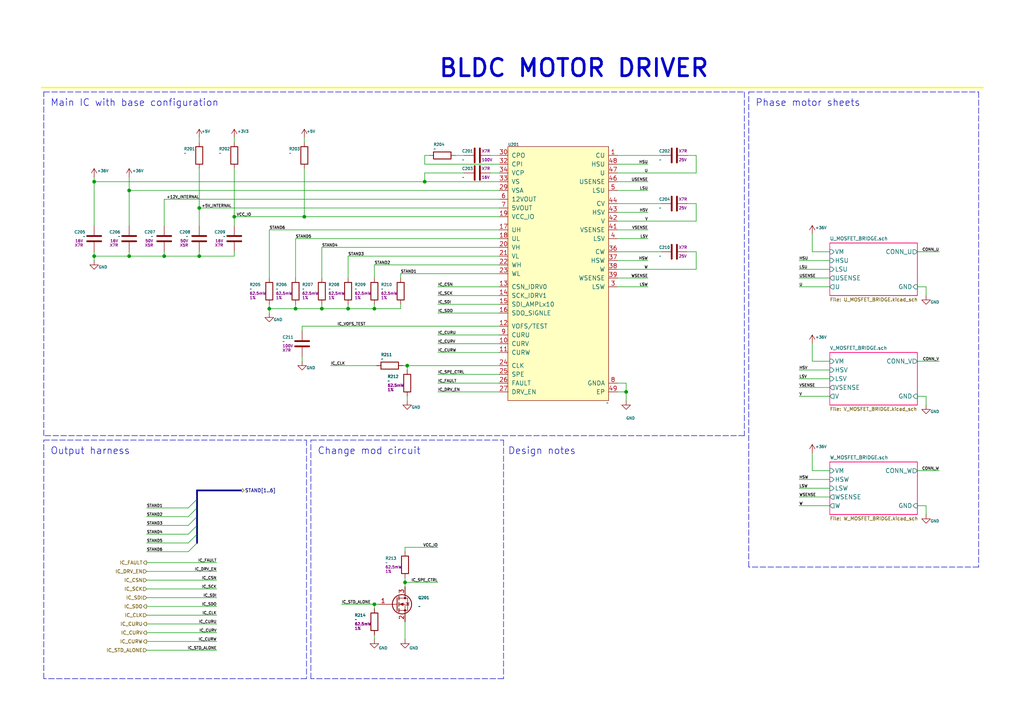
<source format=kicad_sch>
(kicad_sch (version 20211123) (generator eeschema)
  (paper "A4")
  (title_block (title "TMC6200-TA-T Eval Board") (date "2021-09-03") (rev "${REVISION}") (company "${COMPANY}") (comment 1 "${ENGINEER}") (comment 2 "${PHONE_NUMBER}") (comment 3 "${EMAIL}") (comment 4 "${SENTENCE}"))
  (lib_symbols
    (symbol "Device:C" (pin_numbers hide) (pin_names (offset 0.254))
      (property "Reference" "C" (at 0.635 2.54 0))
      (property "Value" "C" (at 0.635 -2.54 0))
      (symbol "C_0_1"
        (polyline (pts (xy -2.032 -0.762) (xy 2.032 -0.762)) (stroke (width 0.508)))
        (polyline (pts (xy -2.032 0.762) (xy 2.032 0.762)) (stroke (width 0.508)))
      )
      (symbol "C_1_1"
        (pin passive line (at 0 3.81 270) (length 2.794) (name "~") (number "1"))
        (pin passive line (at 0 -3.81 90) (length 2.794) (name "~") (number "2"))
      )
    )
    (symbol "Device:R" (pin_numbers hide) (pin_names (offset 0))
      (property "Reference" "R" (at 2.032 0 90))
      (property "Value" "R" (at 0 0 90))
      (symbol "R_0_1"
        (rectangle (start -1.016 -2.54) (end 1.016 2.54) (stroke (width 0.254)))
      )
      (symbol "R_1_1"
        (pin passive line (at 0 3.81 270) (length 1.27) (name "~") (number "1"))
        (pin passive line (at 0 -3.81 90) (length 1.27) (name "~") (number "2"))
      )
    )
    (symbol "QP_LIBRARY:TMC6200-TA" (pin_names (offset 1.016))
      (property "Reference" "U201" (at 2.54 1.27 0))
      (property "Value" "TMC6200-TA" (at 6.35 -74.93 0))
      (symbol "TMC6200-TA_0_1"
        (rectangle (start 0 0) (end 29.21 -73.66) (fill (type background)))
      )
      (symbol "TMC6200-TA_1_1"
        (pin passive line (at 31.75 -2.54 180) (length 2.54) (name "CU") (number "1"))
        (pin output line (at -2.54 -57.15 0) (length 2.54) (name "CURV") (number "10"))
        (pin output line (at -2.54 -59.69 0) (length 2.54) (name "CURW") (number "11"))
        (pin input line (at -2.54 -52.07 0) (length 2.54) (name "VOFS/TEST") (number "12"))
        (pin input line (at -2.54 -40.64 0) (length 2.54) (name "CSN_IDRV0") (number "13"))
        (pin input line (at -2.54 -43.18 0) (length 2.54) (name "SCK_IDRV1") (number "14"))
        (pin input line (at -2.54 -45.72 0) (length 2.54) (name "SDI_AMPLx10") (number "15"))
        (pin bidirectional line (at -2.54 -48.26 0) (length 2.54) (name "SDO_SIGNLE") (number "16"))
        (pin input line (at -2.54 -24.13 0) (length 2.54) (name "UH") (number "17"))
        (pin input line (at -2.54 -26.67 0) (length 2.54) (name "UL") (number "18"))
        (pin power_out line (at -2.54 -20.32 0) (length 2.54) (name "VCC_IO") (number "19"))
        (pin no_connect line (at 31.75 -43.815 180) (length 2.54) hide (name "NC") (number "2"))
        (pin input line (at -2.54 -29.21 0) (length 2.54) (name "VH") (number "20"))
        (pin input line (at -2.54 -31.75 0) (length 2.54) (name "VL") (number "21"))
        (pin input line (at -2.54 -34.29 0) (length 2.54) (name "WH") (number "22"))
        (pin input line (at -2.54 -36.83 0) (length 2.54) (name "WL") (number "23"))
        (pin input line (at -2.54 -63.5 0) (length 2.54) (name "CLK") (number "24"))
        (pin input line (at -2.54 -66.04 0) (length 2.54) (name "SPE") (number "25"))
        (pin output line (at -2.54 -68.58 0) (length 2.54) (name "FAULT") (number "26"))
        (pin input line (at -2.54 -71.12 0) (length 2.54) (name "DRV_EN") (number "27"))
        (pin no_connect line (at 31.75 -46.355 180) (length 2.54) hide (name "NC") (number "28"))
        (pin power_in line (at -2.54 -12.7 0) (length 2.54) (name "VSA") (number "29"))
        (pin output line (at 31.75 -40.64 180) (length 2.54) (name "LSW") (number "3"))
        (pin output line (at -2.54 -2.54 0) (length 2.54) (name "CPO") (number "30"))
        (pin no_connect line (at 31.75 -48.895 180) (length 2.54) hide (name "NC") (number "31"))
        (pin input line (at -2.54 -5.08 0) (length 2.54) (name "CPI") (number "32"))
        (pin power_in line (at -2.54 -10.16 0) (length 2.54) (name "VS") (number "33"))
        (pin passive line (at -2.54 -7.62 0) (length 2.54) (name "VCP") (number "34"))
        (pin no_connect line (at 31.75 -51.435 180) (length 2.54) hide (name "NC") (number "35"))
        (pin passive line (at 31.75 -30.48 180) (length 2.54) (name "CW") (number "36"))
        (pin output line (at 31.75 -33.02 180) (length 2.54) (name "HSW") (number "37"))
        (pin input line (at 31.75 -35.56 180) (length 2.54) (name "W") (number "38"))
        (pin input line (at 31.75 -38.1 180) (length 2.54) (name "WSENSE") (number "39"))
        (pin output line (at 31.75 -26.67 180) (length 2.54) (name "LSV") (number "4"))
        (pin no_connect line (at 31.75 -53.975 180) (length 2.54) hide (name "NC") (number "40"))
        (pin input line (at 31.75 -24.13 180) (length 2.54) (name "VSENSE") (number "41"))
        (pin input line (at 31.75 -21.59 180) (length 2.54) (name "V") (number "42"))
        (pin output line (at 31.75 -19.05 180) (length 2.54) (name "HSV") (number "43"))
        (pin passive line (at 31.75 -16.51 180) (length 2.54) (name "CV") (number "44"))
        (pin no_connect line (at 31.75 -56.515 180) (length 2.54) hide (name "NC") (number "45"))
        (pin input line (at 31.75 -10.16 180) (length 2.54) (name "USENSE") (number "46"))
        (pin input line (at 31.75 -7.62 180) (length 2.54) (name "U") (number "47"))
        (pin output line (at 31.75 -5.08 180) (length 2.54) (name "HSU") (number "48"))
        (pin input line (at 31.75 -71.12 180) (length 2.54) (name "EP") (number "49"))
        (pin output line (at 31.75 -12.7 180) (length 2.54) (name "LSU") (number "5"))
        (pin power_out line (at -2.54 -15.24 0) (length 2.54) (name "12VOUT") (number "6"))
        (pin power_out line (at -2.54 -17.78 0) (length 2.54) (name "5VOUT") (number "7"))
        (pin power_out line (at 31.75 -68.58 180) (length 2.54) (name "GNDA") (number "8"))
        (pin output line (at -2.54 -54.61 0) (length 2.54) (name "CURU") (number "9"))
      )
    )
    (symbol "Transistor_FET:2N7002" (pin_names hide)
      (property "Reference" "Q" (at 5.08 1.905 0))
      (property "Value" "2N7002" (at 5.08 0 0))
      (symbol "2N7002_0_1"
        (polyline (pts (xy 0.254 0) (xy -2.54 0)))
        (polyline (pts (xy 0.254 1.905) (xy 0.254 -1.905)) (stroke (width 0.254)))
        (polyline (pts (xy 0.762 -1.27) (xy 0.762 -2.286)) (stroke (width 0.254)))
        (polyline (pts (xy 0.762 0.508) (xy 0.762 -0.508)) (stroke (width 0.254)))
        (polyline (pts (xy 0.762 2.286) (xy 0.762 1.27)) (stroke (width 0.254)))
        (polyline (pts (xy 2.54 2.54) (xy 2.54 1.778)))
        (polyline (pts (xy 2.54 -2.54) (xy 2.54 0) (xy 0.762 0)))
        (polyline (pts (xy 0.762 -1.778) (xy 3.302 -1.778) (xy 3.302 1.778) (xy 0.762 1.778)))
        (polyline (pts (xy 1.016 0) (xy 2.032 0.381) (xy 2.032 -0.381) (xy 1.016 0)) (fill (type outline)))
        (polyline (pts (xy 2.794 0.508) (xy 2.921 0.381) (xy 3.683 0.381) (xy 3.81 0.254)))
        (polyline (pts (xy 3.302 0.381) (xy 2.921 -0.254) (xy 3.683 -0.254) (xy 3.302 0.381)))
        (circle (center 1.651 0) (radius 2.794) (stroke (width 0.254)))
        (circle (center 2.54 -1.778) (radius 0.254) (fill (type outline)))
        (circle (center 2.54 1.778) (radius 0.254) (fill (type outline)))
      )
      (symbol "2N7002_1_1"
        (pin input line (at -5.08 0 0) (length 2.54) (name "G") (number "1"))
        (pin passive line (at 2.54 -5.08 90) (length 2.54) (name "S") (number "2"))
        (pin passive line (at 2.54 5.08 270) (length 2.54) (name "D") (number "3"))
      )
    )
    (symbol "power:+3.3V" (power) (pin_names (offset 0))
      (property "Value" "+3.3V" (at 0 3.556 0))
      (symbol "+3.3V_0_1"
        (polyline (pts (xy -0.762 1.27) (xy 0 2.54)))
        (polyline (pts (xy 0 0) (xy 0 2.54)))
        (polyline (pts (xy 0 2.54) (xy 0.762 1.27)))
      )
      (symbol "+3.3V_1_1"
        (pin power_in line (at 0 0 90) (length 0) hide (name "+3V3") (number "1"))
      )
    )
    (symbol "power:+36V" (power) (pin_names (offset 0))
      (property "Value" "+36V" (at 0 3.556 0))
      (symbol "+36V_0_1"
        (polyline (pts (xy -0.762 1.27) (xy 0 2.54)))
        (polyline (pts (xy 0 0) (xy 0 2.54)))
        (polyline (pts (xy 0 2.54) (xy 0.762 1.27)))
      )
      (symbol "+36V_1_1"
        (pin power_in line (at 0 0 90) (length 0) hide (name "+36V") (number "1"))
      )
    )
    (symbol "power:+5V" (power) (pin_names (offset 0))
      (property "Value" "+5V" (at 0 3.556 0))
      (symbol "+5V_0_1"
        (polyline (pts (xy -0.762 1.27) (xy 0 2.54)))
        (polyline (pts (xy 0 0) (xy 0 2.54)))
        (polyline (pts (xy 0 2.54) (xy 0.762 1.27)))
      )
      (symbol "+5V_1_1"
        (pin power_in line (at 0 0 90) (length 0) hide (name "+5V") (number "1"))
      )
    )
    (symbol "power:GND" (power) (pin_names (offset 0))
      (property "Value" "GND" (at 0 -3.81 0))
      (symbol "GND_0_1"
        (polyline (pts (xy 0 0) (xy 0 -1.27) (xy 1.27 -1.27) (xy 0 -2.54) (xy -1.27 -1.27) (xy 0 -1.27)))
      )
      (symbol "GND_1_1"
        (pin power_in line (at 0 0 270) (length 0) hide (name "GND") (number "1"))
      )
    )
  )
  (junction (at 57.785 74.295))
  (junction (at 57.785 60.325))
  (junction (at 100.965 89.535))
  (junction (at 78.105 89.535))
  (junction (at 108.585 175.26))
  (junction (at 88.265 62.865))
  (junction (at 85.725 89.535))
  (junction (at 117.475 168.91))
  (junction (at 27.305 74.295))
  (junction (at 37.465 55.245))
  (junction (at 47.625 74.295))
  (junction (at 27.305 52.705))
  (junction (at 181.61 113.665))
  (junction (at 37.465 74.295))
  (junction (at 123.19 52.705))
  (junction (at 108.585 89.535))
  (junction (at 93.345 89.535))
  (junction (at 118.11 106.045))
  (junction (at 67.945 62.865))
  (bus_entry (at 54.61 152.4) (size 2.54 -2.54))
  (bus_entry (at 54.61 160.02) (size 2.54 -2.54))
  (bus_entry (at 54.61 147.32) (size 2.54 -2.54))
  (bus_entry (at 54.61 157.48) (size 2.54 -2.54))
  (bus_entry (at 54.61 154.94) (size 2.54 -2.54))
  (bus_entry (at 54.61 149.86) (size 2.54 -2.54))
  (wire (pts (xy 93.345 71.755) (xy 93.345 80.645)))
  (wire (pts (xy 231.775 80.645) (xy 240.665 80.645)))
  (wire (pts (xy 240.665 141.605) (xy 231.775 141.605)))
  (polyline (pts (xy 215.9 26.67) (xy 215.9 126.365)))
  (wire (pts (xy 62.865 188.595) (xy 42.545 188.595)))
  (wire (pts (xy 88.265 48.895) (xy 88.265 62.865)))
  (wire (pts (xy 100.965 74.295) (xy 100.965 80.645)))
  (wire (pts (xy 108.585 76.835) (xy 144.78 76.835)))
  (wire (pts (xy 42.545 163.195) (xy 62.865 163.195)))
  (wire (pts (xy 27.305 65.405) (xy 27.305 52.705)))
  (wire (pts (xy 42.545 165.735) (xy 62.865 165.735)))
  (wire (pts (xy 67.945 48.895) (xy 67.945 62.865)))
  (wire (pts (xy 62.865 173.355) (xy 42.545 173.355)))
  (wire (pts (xy 57.785 40.005) (xy 57.785 41.275)))
  (wire (pts (xy 27.305 52.705) (xy 123.19 52.705)))
  (wire (pts (xy 201.93 73.025) (xy 201.93 78.105)))
  (wire (pts (xy 78.105 66.675) (xy 144.78 66.675)))
  (wire (pts (xy 27.305 75.565) (xy 27.305 74.295)))
  (wire (pts (xy 231.775 83.185) (xy 240.665 83.185)))
  (wire (pts (xy 181.61 111.125) (xy 181.61 113.665)))
  (wire (pts (xy 42.545 149.86) (xy 54.61 149.86)))
  (wire (pts (xy 199.39 59.055) (xy 201.93 59.055)))
  (wire (pts (xy 87.63 104.775) (xy 87.63 103.505)))
  (wire (pts (xy 144.78 102.235) (xy 127 102.235)))
  (wire (pts (xy 109.855 175.26) (xy 108.585 175.26)))
  (wire (pts (xy 181.61 113.665) (xy 179.07 113.665)))
  (wire (pts (xy 266.065 104.775) (xy 272.415 104.775)))
  (wire (pts (xy 27.305 74.295) (xy 37.465 74.295)))
  (polyline (pts (xy 12.7 127.635) (xy 88.9 127.635)))
  (wire (pts (xy 144.78 71.755) (xy 93.345 71.755)))
  (wire (pts (xy 123.19 47.625) (xy 123.19 45.085)))
  (wire (pts (xy 231.775 139.065) (xy 240.665 139.065)))
  (wire (pts (xy 117.475 168.91) (xy 117.475 170.18)))
  (wire (pts (xy 144.78 57.785) (xy 47.625 57.785)))
  (wire (pts (xy 144.78 94.615) (xy 87.63 94.615)))
  (wire (pts (xy 27.305 73.025) (xy 27.305 74.295)))
  (bus (pts (xy 57.15 144.78) (xy 57.15 147.32)) (stroke (width 0.5)))
  (wire (pts (xy 116.84 106.045) (xy 118.11 106.045)))
  (wire (pts (xy 67.945 62.865) (xy 88.265 62.865)))
  (wire (pts (xy 231.775 75.565) (xy 240.665 75.565)))
  (wire (pts (xy 199.39 45.085) (xy 201.93 45.085)))
  (wire (pts (xy 144.78 111.125) (xy 127 111.125)))
  (wire (pts (xy 123.19 47.625) (xy 144.78 47.625)))
  (wire (pts (xy 47.625 74.295) (xy 47.625 73.025)))
  (wire (pts (xy 179.07 69.215) (xy 187.96 69.215)))
  (wire (pts (xy 100.965 89.535) (xy 100.965 88.265)))
  (wire (pts (xy 87.63 94.615) (xy 87.63 95.885)))
  (wire (pts (xy 37.465 55.245) (xy 37.465 65.405)))
  (wire (pts (xy 144.78 60.325) (xy 57.785 60.325)))
  (wire (pts (xy 47.625 57.785) (xy 47.625 65.405)))
  (polyline (pts (xy 12.7 196.85) (xy 12.7 127.635)))
  (wire (pts (xy 199.39 73.025) (xy 201.93 73.025)))
  (polyline (pts (xy 217.17 164.465) (xy 217.17 26.67)))
  (wire (pts (xy 78.105 90.805) (xy 78.105 89.535)))
  (wire (pts (xy 116.205 89.535) (xy 108.585 89.535)))
  (wire (pts (xy 268.605 83.185) (xy 268.605 85.725)))
  (wire (pts (xy 108.585 80.645) (xy 108.585 76.835)))
  (wire (pts (xy 85.725 69.215) (xy 144.78 69.215)))
  (wire (pts (xy 123.19 45.085) (xy 124.46 45.085)))
  (wire (pts (xy 144.78 90.805) (xy 127 90.805)))
  (wire (pts (xy 88.265 41.275) (xy 88.265 40.005)))
  (wire (pts (xy 116.205 88.265) (xy 116.205 89.535)))
  (wire (pts (xy 109.22 106.045) (xy 95.885 106.045)))
  (wire (pts (xy 37.465 51.435) (xy 37.465 55.245)))
  (wire (pts (xy 179.07 83.185) (xy 187.96 83.185)))
  (polyline (pts (xy 146.05 196.85) (xy 90.17 196.85)))
  (wire (pts (xy 179.07 111.125) (xy 181.61 111.125)))
  (wire (pts (xy 240.665 104.775) (xy 235.585 104.775)))
  (wire (pts (xy 62.865 168.275) (xy 42.545 168.275)))
  (polyline (pts (xy 12.7 26.67) (xy 215.9 26.67)))
  (wire (pts (xy 144.78 74.295) (xy 100.965 74.295)))
  (wire (pts (xy 42.545 152.4) (xy 54.61 152.4)))
  (wire (pts (xy 144.78 50.165) (xy 142.24 50.165)))
  (wire (pts (xy 62.865 186.055) (xy 42.545 186.055)))
  (wire (pts (xy 144.78 99.695) (xy 127 99.695)))
  (wire (pts (xy 231.775 112.395) (xy 240.665 112.395)))
  (polyline (pts (xy 90.17 196.85) (xy 90.17 127.635)))
  (wire (pts (xy 27.305 51.435) (xy 27.305 52.705)))
  (wire (pts (xy 266.065 73.025) (xy 272.415 73.025)))
  (polyline (pts (xy 90.17 127.635) (xy 146.05 127.635)))
  (wire (pts (xy 181.61 116.205) (xy 181.61 113.665)))
  (wire (pts (xy 57.785 74.295) (xy 57.785 73.025)))
  (wire (pts (xy 42.545 157.48) (xy 54.61 157.48)))
  (wire (pts (xy 235.585 136.525) (xy 235.585 131.445)))
  (polyline (pts (xy 283.845 164.465) (xy 217.17 164.465)))
  (wire (pts (xy 144.78 88.265) (xy 127 88.265)))
  (wire (pts (xy 268.605 146.685) (xy 268.605 149.225)))
  (wire (pts (xy 78.105 66.675) (xy 78.105 80.645)))
  (wire (pts (xy 179.07 80.645) (xy 187.96 80.645)))
  (wire (pts (xy 144.78 62.865) (xy 88.265 62.865)))
  (wire (pts (xy 144.78 83.185) (xy 127 83.185)))
  (wire (pts (xy 179.07 45.085) (xy 191.77 45.085)))
  (wire (pts (xy 37.465 74.295) (xy 47.625 74.295)))
  (wire (pts (xy 108.585 176.53) (xy 108.585 175.26)))
  (wire (pts (xy 85.725 80.645) (xy 85.725 69.215)))
  (wire (pts (xy 62.865 175.895) (xy 42.545 175.895)))
  (wire (pts (xy 179.07 55.245) (xy 187.96 55.245)))
  (wire (pts (xy 179.07 47.625) (xy 187.96 47.625)))
  (bus (pts (xy 57.15 149.86) (xy 57.15 152.4)) (stroke (width 0.5)))
  (wire (pts (xy 134.62 50.165) (xy 123.19 50.165)))
  (polyline (pts (xy 217.17 26.67) (xy 283.845 26.67)))
  (wire (pts (xy 42.545 178.435) (xy 62.865 178.435)))
  (wire (pts (xy 179.07 73.025) (xy 191.77 73.025)))
  (wire (pts (xy 235.585 104.775) (xy 235.585 99.695)))
  (wire (pts (xy 144.78 85.725) (xy 127 85.725)))
  (wire (pts (xy 85.725 89.535) (xy 85.725 88.265)))
  (wire (pts (xy 132.08 45.085) (xy 134.62 45.085)))
  (wire (pts (xy 268.605 114.935) (xy 268.605 117.475)))
  (wire (pts (xy 118.11 107.315) (xy 118.11 106.045)))
  (wire (pts (xy 266.065 136.525) (xy 272.415 136.525)))
  (wire (pts (xy 144.78 55.245) (xy 37.465 55.245)))
  (wire (pts (xy 240.665 78.105) (xy 231.775 78.105)))
  (wire (pts (xy 117.475 167.64) (xy 117.475 168.91)))
  (wire (pts (xy 57.785 48.895) (xy 57.785 60.325)))
  (wire (pts (xy 62.865 183.515) (xy 42.545 183.515)))
  (polyline (pts (xy 88.9 196.85) (xy 12.7 196.85)))
  (wire (pts (xy 108.585 175.26) (xy 99.06 175.26)))
  (wire (pts (xy 85.725 89.535) (xy 93.345 89.535)))
  (wire (pts (xy 93.345 89.535) (xy 100.965 89.535)))
  (wire (pts (xy 240.665 136.525) (xy 235.585 136.525)))
  (wire (pts (xy 42.545 160.02) (xy 54.61 160.02)))
  (wire (pts (xy 201.93 78.105) (xy 179.07 78.105)))
  (wire (pts (xy 142.24 45.085) (xy 144.78 45.085)))
  (wire (pts (xy 118.11 116.205) (xy 118.11 114.935)))
  (wire (pts (xy 67.945 62.865) (xy 67.945 65.405)))
  (wire (pts (xy 144.78 108.585) (xy 127 108.585)))
  (wire (pts (xy 117.475 160.02) (xy 117.475 158.75)))
  (wire (pts (xy 108.585 185.42) (xy 108.585 184.15)))
  (polyline (pts (xy 215.9 126.365) (xy 12.7 126.365)))
  (wire (pts (xy 266.065 114.935) (xy 268.605 114.935)))
  (wire (pts (xy 231.775 144.145) (xy 240.665 144.145)))
  (bus (pts (xy 57.15 154.94) (xy 57.15 157.48)) (stroke (width 0.5)))
  (wire (pts (xy 118.11 106.045) (xy 144.78 106.045)))
  (wire (pts (xy 67.945 74.295) (xy 67.945 73.025)))
  (wire (pts (xy 179.07 61.595) (xy 187.96 61.595)))
  (bus (pts (xy 57.15 152.4) (xy 57.15 154.94)) (stroke (width 0.5)))
  (wire (pts (xy 123.19 52.705) (xy 144.78 52.705)))
  (wire (pts (xy 201.93 50.165) (xy 179.07 50.165)))
  (polyline (pts (xy 88.9 127.635) (xy 88.9 196.85)))
  (wire (pts (xy 42.545 154.94) (xy 54.61 154.94)))
  (wire (pts (xy 231.775 107.315) (xy 240.665 107.315)))
  (wire (pts (xy 235.585 73.025) (xy 235.585 67.945)))
  (wire (pts (xy 179.07 52.705) (xy 187.96 52.705)))
  (wire (pts (xy 123.19 50.165) (xy 123.19 52.705)))
  (wire (pts (xy 100.965 89.535) (xy 108.585 89.535)))
  (wire (pts (xy 37.465 73.025) (xy 37.465 74.295)))
  (wire (pts (xy 117.475 185.42) (xy 117.475 180.34)))
  (bus (pts (xy 57.15 142.24) (xy 69.85 142.24)) (stroke (width 0.5)))
  (polyline (pts (xy 12.065 25.4) (xy 285.115 25.4)) (stroke (width 0.4064) (type solid) (color 255 255 0 1)))
  (wire (pts (xy 57.785 74.295) (xy 47.625 74.295)))
  (wire (pts (xy 117.475 168.91) (xy 127 168.91)))
  (wire (pts (xy 179.07 66.675) (xy 187.96 66.675)))
  (wire (pts (xy 240.665 114.935) (xy 231.775 114.935)))
  (wire (pts (xy 78.105 89.535) (xy 85.725 89.535)))
  (wire (pts (xy 57.785 60.325) (xy 57.785 65.405)))
  (wire (pts (xy 62.865 180.975) (xy 42.545 180.975)))
  (wire (pts (xy 201.93 64.135) (xy 179.07 64.135)))
  (wire (pts (xy 62.865 170.815) (xy 42.545 170.815)))
  (wire (pts (xy 144.78 113.665) (xy 127 113.665)))
  (polyline (pts (xy 146.05 127.635) (xy 146.05 196.85)))
  (wire (pts (xy 42.545 147.32) (xy 54.61 147.32)))
  (wire (pts (xy 67.945 40.005) (xy 67.945 41.275)))
  (wire (pts (xy 266.065 146.685) (xy 268.605 146.685)))
  (wire (pts (xy 67.945 74.295) (xy 57.785 74.295)))
  (wire (pts (xy 117.475 158.75) (xy 127 158.75)))
  (wire (pts (xy 201.93 59.055) (xy 201.93 64.135)))
  (bus (pts (xy 57.15 142.24) (xy 57.15 144.78)) (stroke (width 0.5)))
  (polyline (pts (xy 283.845 26.67) (xy 283.845 164.465)))
  (wire (pts (xy 179.07 75.565) (xy 187.96 75.565)))
  (polyline (pts (xy 12.7 126.365) (xy 12.7 26.67)))
  (wire (pts (xy 93.345 89.535) (xy 93.345 88.265)))
  (wire (pts (xy 201.93 45.085) (xy 201.93 50.165)))
  (wire (pts (xy 240.665 146.685) (xy 231.775 146.685)))
  (wire (pts (xy 240.665 73.025) (xy 235.585 73.025)))
  (wire (pts (xy 78.105 89.535) (xy 78.105 88.265)))
  (wire (pts (xy 179.07 59.055) (xy 191.77 59.055)))
  (wire (pts (xy 266.065 83.185) (xy 268.605 83.185)))
  (wire (pts (xy 116.205 79.375) (xy 116.205 80.645)))
  (wire (pts (xy 108.585 89.535) (xy 108.585 88.265)))
  (wire (pts (xy 240.665 109.855) (xy 231.775 109.855)))
  (wire (pts (xy 144.78 79.375) (xy 116.205 79.375)))
  (wire (pts (xy 144.78 97.155) (xy 127 97.155)))
  (bus (pts (xy 57.15 147.32) (xy 57.15 149.86)) (stroke (width 0.5)))
  (text "Output harness" (at 14.605 132.08 0) (effects (font (size 2 2)) (justify left bottom)))
  (text "Main IC with base configuration" (at 14.605 31.115 0) (effects (font (size 2 2)) (justify left bottom)))
  (text "Design notes" (at 147.32 132.08 0) (effects (font (size 2 2)) (justify left bottom)))
  (text "Phase motor sheets" (at 219.075 31.115 0) (effects (font (size 2 2)) (justify left bottom)))
  (text "BLDC MOTOR DRIVER" (at 127 22.86 0) (effects (font (size 5 5) (thickness 0.7976) bold) (justify left bottom)))
  (text "Change mod circuit" (at 92.075 132.08 0) (effects (font (size 2 2)) (justify left bottom)))
  (label "+12V_INTERNAL" (at 48.26 57.785 0) (effects (font (size 0.8 0.8))))
  (label "U" (at 231.775 83.185 0) (effects (font (size 0.8 0.8))))
  (label "V" (at 231.775 114.935 0) (effects (font (size 0.8 0.8))))
  (label "VSENSE" (at 187.96 66.675 180) (effects (font (size 0.8 0.8))))
  (label "IC_CLK" (at 95.885 106.045 0) (effects (font (size 0.8 0.8))))
  (label "IC_SDO" (at 62.865 175.895 180) (effects (font (size 0.8 0.8))))
  (label "IC_CURV" (at 127 99.695 0) (effects (font (size 0.8 0.8))))
  (label "STAND4" (at 42.545 154.94 0) (effects (font (size 0.8 0.8))))
  (label "HSU" (at 187.96 47.625 180) (effects (font (size 0.8 0.8))))
  (label "IC_FAULT" (at 127 111.125 0) (effects (font (size 0.8 0.8))))
  (label "IC_SPE_CTRL" (at 127 168.91 180) (effects (font (size 0.8 0.8))))
  (label "VCC_IO" (at 68.58 62.865 0) (effects (font (size 0.8 0.8))))
  (label "STAND1" (at 116.205 79.375 0) (effects (font (size 0.8 0.8))))
  (label "CONN_V" (at 272.415 104.775 180) (effects (font (size 0.8 0.8))))
  (label "V" (at 187.96 64.135 180) (effects (font (size 0.8 0.8))))
  (label "VSENSE" (at 231.775 112.395 0) (effects (font (size 0.8 0.8))))
  (label "IC_CURW" (at 127 102.235 0) (effects (font (size 0.8 0.8))))
  (label "LSU" (at 231.775 78.105 0) (effects (font (size 0.8 0.8))))
  (label "CONN_W" (at 272.415 136.525 180) (effects (font (size 0.8 0.8))))
  (label "IC_CSN" (at 127 83.185 0) (effects (font (size 0.8 0.8))))
  (label "STAND2" (at 108.585 76.835 0) (effects (font (size 0.8 0.8))))
  (label "STAND6" (at 42.545 160.02 0) (effects (font (size 0.8 0.8))))
  (label "IC_SDI" (at 127 88.265 0) (effects (font (size 0.8 0.8))))
  (label "W" (at 231.775 146.685 0) (effects (font (size 0.8 0.8))))
  (label "IC_FAULT" (at 62.865 163.195 180) (effects (font (size 0.8 0.8))))
  (label "IC_SDO" (at 127 90.805 0) (effects (font (size 0.8 0.8))))
  (label "STAND2" (at 42.545 149.86 0) (effects (font (size 0.8 0.8))))
  (label "LSU" (at 187.96 55.245 180) (effects (font (size 0.8 0.8))))
  (label "LSW" (at 231.775 141.605 0) (effects (font (size 0.8 0.8))))
  (label "IC_DRV_EN" (at 62.865 165.735 180) (effects (font (size 0.8 0.8))))
  (label "HSW" (at 187.96 75.565 180) (effects (font (size 0.8 0.8))))
  (label "U" (at 187.96 50.165 180) (effects (font (size 0.8 0.8))))
  (label "CONN_U" (at 272.415 73.025 180) (effects (font (size 0.8 0.8))))
  (label "STAND3" (at 100.965 74.295 0) (effects (font (size 0.8 0.8))))
  (label "STAND6" (at 78.105 66.675 0) (effects (font (size 0.8 0.8))))
  (label "IC_SCK" (at 127 85.725 0) (effects (font (size 0.8 0.8))))
  (label "IC_CLK" (at 62.865 178.435 180) (effects (font (size 0.8 0.8))))
  (label "HSU" (at 231.775 75.565 0) (effects (font (size 0.8 0.8))))
  (label "IC_CURV" (at 62.865 183.515 180) (effects (font (size 0.8 0.8))))
  (label "IC_DRV_EN" (at 127 113.665 0) (effects (font (size 0.8 0.8))))
  (label "STAND4" (at 93.345 71.755 0) (effects (font (size 0.8 0.8))))
  (label "STAND5" (at 85.725 69.215 0) (effects (font (size 0.8 0.8))))
  (label "W" (at 187.96 78.105 180) (effects (font (size 0.8 0.8))))
  (label "LSV" (at 187.96 69.215 180) (effects (font (size 0.8 0.8))))
  (label "IC_VOFS_TEST" (at 97.79 94.615 0) (effects (font (size 0.8 0.8))))
  (label "+5V_INTERNAL" (at 58.42 60.325 0) (effects (font (size 0.8 0.8))))
  (label "IC_CSN" (at 62.865 168.275 180) (effects (font (size 0.8 0.8))))
  (label "IC_CURW" (at 62.865 186.055 180) (effects (font (size 0.8 0.8))))
  (label "HSV" (at 187.96 61.595 180) (effects (font (size 0.8 0.8))))
  (label "IC_SDI" (at 62.865 173.355 180) (effects (font (size 0.8 0.8))))
  (label "USENSE" (at 187.96 52.705 180) (effects (font (size 0.8 0.8))))
  (label "IC_SPE_CTRL" (at 127 108.585 0) (effects (font (size 0.8 0.8))))
  (label "LSW" (at 187.96 83.185 180) (effects (font (size 0.8 0.8))))
  (label "IC_CURU" (at 127 97.155 0) (effects (font (size 0.8 0.8))))
  (label "WSENSE" (at 231.775 144.145 0) (effects (font (size 0.8 0.8))))
  (label "HSW" (at 231.775 139.065 0) (effects (font (size 0.8 0.8))))
  (label "VCC_IO" (at 127 158.75 180) (effects (font (size 0.8 0.8))))
  (label "STAND3" (at 42.545 152.4 0) (effects (font (size 0.8 0.8))))
  (label "IC_STD_ALONE" (at 62.865 188.595 180) (effects (font (size 0.8 0.8))))
  (label "LSV" (at 231.775 109.855 0) (effects (font (size 0.8 0.8))))
  (label "STAND5" (at 42.545 157.48 0) (effects (font (size 0.8 0.8))))
  (label "IC_STD_ALONE" (at 99.06 175.26 0) (effects (font (size 0.8 0.8))))
  (label "USENSE" (at 231.775 80.645 0) (effects (font (size 0.8 0.8))))
  (label "IC_CURU" (at 62.865 180.975 180) (effects (font (size 0.8 0.8))))
  (label "IC_SCK" (at 62.865 170.815 180) (effects (font (size 0.8 0.8))))
  (label "STAND1" (at 42.545 147.32 0) (effects (font (size 0.8 0.8))))
  (label "HSV" (at 231.775 107.315 0) (effects (font (size 0.8 0.8))))
  (label "WSENSE" (at 187.96 80.645 180) (effects (font (size 0.8 0.8))))
  (hierarchical_label "IC_SCK" (shape input) (at 42.545 170.815 180) (effects (font (size 1 1))))
  (hierarchical_label "IC_SDO" (shape output) (at 42.545 175.895 180) (effects (font (size 1 1))))
  (hierarchical_label "IC_DRV_EN" (shape input) (at 42.545 165.735 180) (effects (font (size 1 1))))
  (hierarchical_label "IC_CURW" (shape output) (at 42.545 186.055 180) (effects (font (size 1 1))))
  (hierarchical_label "IC_FAULT" (shape output) (at 42.545 163.195 180) (effects (font (size 1 1))))
  (hierarchical_label "IC_CURV" (shape output) (at 42.545 183.515 180) (effects (font (size 1 1))))
  (hierarchical_label "IC_CURU" (shape output) (at 42.545 180.975 180) (effects (font (size 1 1))))
  (hierarchical_label "IC_STD_ALONE" (shape input) (at 42.545 188.595 180) (effects (font (size 1 1))))
  (hierarchical_label "IC_CSN" (shape input) (at 42.545 168.275 180) (effects (font (size 1 1))))
  (hierarchical_label "IC_CLK" (shape input) (at 42.545 178.435 180) (effects (font (size 1 1))))
  (hierarchical_label "IC_SDI" (shape input) (at 42.545 173.355 180) (effects (font (size 1 1))))
  (hierarchical_label "STAND[1..6]" (shape bidirectional) (at 69.85 142.24 0) (effects (font (size 1 1))))
  (symbol (lib_id "power:GND") (at 87.63 104.775 0) (unit 1)
    (property "Reference" "#PWR0211" (effects hide))
  )
  (symbol (lib_id "Device:R") (at 113.03 106.045 270) (mirror x) (unit 1)
    (property "Reference" "R211" (at 110.49 102.87 90) (effects (font (size 0.8 0.8)) (justify left)))
    (property "Value" "~" (at 110.49 104.14 90) (effects (font (size 0.8 0.8)) (justify left)))
    (property "Datasheet" "https://pl.mouser.com/datasheet/2/54/crxxxxx-1858361.pdf" (effects hide))
    (property "Manufacturer" "Bourns" (effects hide))
    (property "Package" "0402" (effects hide))
    (property "Part Number" "CR0402-J/-000GLF" (effects hide))
    (property "Nominal Power" "-" (effects hide))
    (property "Tolerance" "5%" (effects hide))
    (property "Voltage" "-" (effects hide))
    (property "Type" "Thick Film" (effects hide))
    (property "TempCo" "100PPM/C" (effects hide))
  )
  (symbol (lib_id "Device:R") (at 88.265 45.085 0) (mirror x) (unit 1)
    (property "Reference" "R203" (at 83.82 43.18 0) (effects (font (size 0.8 0.8)) (justify left)))
    (property "Value" "~" (at 83.82 44.45 0) (effects (font (size 0.8 0.8)) (justify left)))
    (property "Datasheet" "https://pl.mouser.com/datasheet/2/54/crxxxxx-1858361.pdf" (effects hide))
    (property "Manufacturer" "Bourns" (effects hide))
    (property "Package" "0402" (effects hide))
    (property "Part Number" "CR0402-J/-000GLF" (effects hide))
    (property "Nominal Power" "-" (effects hide))
    (property "Tolerance" "5%" (effects hide))
    (property "Voltage" "-" (effects hide))
    (property "Type" "Thick Film" (effects hide))
    (property "TempCo" "100PPM/C" (effects hide))
  )
  (symbol (lib_id "Device:C") (at 67.945 69.215 0) (unit 1)
    (property "Reference" "C209" (at 65.405 67.31 0) (effects (font (size 0.8 0.8)) (justify right)))
    (property "Value" "~" (at 65.405 68.58 0) (effects (font (size 0.8 0.8)) (justify right)))
    (property "Datasheet" "https://pl.mouser.com/datasheet/2/396/mlcc02_e-1307760.pdf" (effects hide))
    (property "Manufacturer" "Taiyo Yuden" (effects hide))
    (property "Package" "0603" (effects hide))
    (property "Part Number" "EMK107B7104KA-T " (effects hide))
    (property "Description" "Multilayer Ceramic Capacitors MLCC - SMD/SMT 0603 16VDC 0.1uF 10% X7R " (effects hide))
    (property "DC Voltage" "16V" (at 64.77 69.85 0) (effects (font (size 0.8 0.8)) (justify right)))
    (property "Isolation Material" "X7R" (at 64.77 71.12 0) (effects (font (size 0.8 0.8)) (justify right)))
    (property "Tolerance" "10%" (effects hide))
    (property "Class" "Class 2" (effects hide))
  )
  (symbol (lib_id "power:GND") (at 268.605 117.475 0) (unit 1)
    (property "Reference" "#PWR0214" (effects hide))
  )
  (symbol (lib_id "power:+36V") (at 37.465 51.435 0) (unit 1)
    (property "Reference" "#PWR0205" (effects hide))
  )
  (symbol (lib_id "QP_LIBRARY:TMC6200-TA") (at 147.32 42.545 0) (unit 1)
    (property "Reference" "U201" (at 147.32 41.91 0) (effects (font (size 0.8 0.8)) (justify left)))
    (property "Value" "~" (at 176.53 116.84 0) (effects (font (size 0.8 0.8)) (justify right)))
    (property "Datasheet" "https://pl.mouser.com/datasheet/2/256/TMC6200_datasheet_Rev1_06-2237588.pdf" (effects hide))
  )
  (symbol (lib_id "Device:R") (at 93.345 84.455 0) (mirror x) (unit 1)
    (property "Reference" "R207" (at 87.63 82.55 0) (effects (font (size 0.8 0.8)) (justify left)))
    (property "Value" "~" (at 87.63 83.82 0) (effects (font (size 0.8 0.8)) (justify left)))
    (property "Datasheet" "https://pl.mouser.com/datasheet/2/447/PYu_RC_Group_51_RoHS_L_10-1664068.pdf" (effects hide))
    (property "Manufacturer" "Yageo " (effects hide))
    (property "Package" "0402" (effects hide))
    (property "Part Number" "RC0402FR-0710KL" (effects hide))
    (property "Nominal Power" "62.5mW" (at 87.63 85.09 0) (effects (font (size 0.8 0.8)) (justify left)))
    (property "Tolerance" "1%" (at 87.63 86.36 0) (effects (font (size 0.8 0.8)) (justify left)))
    (property "Voltage" "50V" (effects hide))
    (property "Type" "Thick Film" (effects hide))
    (property "TempCo" "100PPM/C" (effects hide))
  )
  (symbol (lib_id "Device:R") (at 116.205 84.455 0) (mirror x) (unit 1)
    (property "Reference" "R210" (at 110.49 82.55 0) (effects (font (size 0.8 0.8)) (justify left)))
    (property "Value" "~" (at 110.49 83.82 0) (effects (font (size 0.8 0.8)) (justify left)))
    (property "Datasheet" "https://pl.mouser.com/datasheet/2/447/PYu_RC_Group_51_RoHS_L_10-1664068.pdf" (effects hide))
    (property "Manufacturer" "Yageo " (effects hide))
    (property "Package" "0402" (effects hide))
    (property "Part Number" "RC0402FR-0710KL" (effects hide))
    (property "Nominal Power" "62.5mW" (at 110.49 85.09 0) (effects (font (size 0.8 0.8)) (justify left)))
    (property "Tolerance" "1%" (at 110.49 86.36 0) (effects (font (size 0.8 0.8)) (justify left)))
    (property "Voltage" "50V" (effects hide))
    (property "Type" "Thick Film" (effects hide))
    (property "TempCo" "100PPM/C" (effects hide))
  )
  (symbol (lib_id "Device:C") (at 195.58 59.055 90) (unit 1)
    (property "Reference" "C204" (at 191.135 57.785 90) (effects (font (size 0.8 0.8)) (justify right)))
    (property "Value" "~" (at 191.135 60.325 90) (effects (font (size 0.8 0.8)) (justify right)))
    (property "Datasheet" "https://pl.mouser.com/datasheet/2/585/MLCC-1837944.pdf" (effects hide))
    (property "Manufacturer" "Samsung Electro-Mechanics" (effects hide))
    (property "Package" "0603" (effects hide))
    (property "Part Number" "CL10B105KA8NNNL" (effects hide))
    (property "Description" "Multilayer Ceramic Capacitors MLCC - SMD/SMT 1uF+/-10% 25V X7R 1608" (effects hide))
    (property "DC Voltage" "25V" (at 196.85 60.325 90) (effects (font (size 0.8 0.8)) (justify right)))
    (property "Isolation Material" "X7R" (at 196.85 57.785 90) (effects (font (size 0.8 0.8)) (justify right)))
    (property "Tolerance" "10%" (effects hide))
    (property "Class" "Class 2" (effects hide))
  )
  (symbol (lib_id "Device:C") (at 27.305 69.215 0) (unit 1)
    (property "Reference" "C205" (at 24.765 67.31 0) (effects (font (size 0.8 0.8)) (justify right)))
    (property "Value" "~" (at 24.765 68.58 0) (effects (font (size 0.8 0.8)) (justify right)))
    (property "Datasheet" "https://pl.mouser.com/datasheet/2/396/mlcc02_e-1307760.pdf" (effects hide))
    (property "Manufacturer" "Taiyo Yuden" (effects hide))
    (property "Package" "0603" (effects hide))
    (property "Part Number" "EMK107B7104KA-T " (effects hide))
    (property "Description" "Multilayer Ceramic Capacitors MLCC - SMD/SMT 0603 16VDC 0.1uF 10% X7R " (effects hide))
    (property "DC Voltage" "16V" (at 24.13 69.85 0) (effects (font (size 0.8 0.8)) (justify right)))
    (property "Isolation Material" "X7R" (at 24.13 71.12 0) (effects (font (size 0.8 0.8)) (justify right)))
    (property "Tolerance" "10%" (effects hide))
    (property "Class" "Class 2" (effects hide))
  )
  (symbol (lib_id "Device:C") (at 195.58 73.025 90) (unit 1)
    (property "Reference" "C210" (at 191.135 71.755 90) (effects (font (size 0.8 0.8)) (justify right)))
    (property "Value" "~" (at 191.135 74.295 90) (effects (font (size 0.8 0.8)) (justify right)))
    (property "Datasheet" "https://pl.mouser.com/datasheet/2/585/MLCC-1837944.pdf" (effects hide))
    (property "Manufacturer" "Samsung Electro-Mechanics" (effects hide))
    (property "Package" "0603" (effects hide))
    (property "Part Number" "CL10B105KA8NNNL" (effects hide))
    (property "Description" "Multilayer Ceramic Capacitors MLCC - SMD/SMT 1uF+/-10% 25V X7R 1608" (effects hide))
    (property "DC Voltage" "25V" (at 196.85 74.295 90) (effects (font (size 0.8 0.8)) (justify right)))
    (property "Isolation Material" "X7R" (at 196.85 71.755 90) (effects (font (size 0.8 0.8)) (justify right)))
    (property "Tolerance" "10%" (effects hide))
    (property "Class" "Class 2" (effects hide))
  )
  (symbol (lib_id "power:GND") (at 118.11 116.205 0) (unit 1)
    (property "Reference" "#PWR0212" (effects hide))
  )
  (symbol (lib_id "Device:C") (at 57.785 69.215 0) (unit 1)
    (property "Reference" "C208" (at 55.245 67.31 0) (effects (font (size 0.8 0.8)) (justify right)))
    (property "Value" "~" (at 54.61 68.58 0) (effects (font (size 0.8 0.8)) (justify right)))
    (property "Datasheet" "https://pl.mouser.com/datasheet/2/396/mlcc02_e-1307760.pdf" (effects hide))
    (property "Manufacturer" "Taiyo Yuden" (effects hide))
    (property "Package" "0603" (effects hide))
    (property "Part Number" "UMK107BBJ225KA-T" (effects hide))
    (property "Description" "Multilayer Ceramic Capacitors MLCC - SMD/SMT 0603 50VDC 2.2uF 10% X5R" (effects hide))
    (property "DC Voltage" "50V" (at 54.61 69.85 0) (effects (font (size 0.8 0.8)) (justify right)))
    (property "Isolation Material" "X5R" (at 54.61 71.12 0) (effects (font (size 0.8 0.8)) (justify right)))
    (property "Tolerance" "10%" (effects hide))
    (property "Class" "Class 2" (effects hide))
  )
  (symbol (lib_id "power:GND") (at 268.605 85.725 0) (unit 1)
    (property "Reference" "#PWR0208" (effects hide))
  )
  (symbol (lib_id "Device:R") (at 100.965 84.455 0) (mirror x) (unit 1)
    (property "Reference" "R208" (at 95.25 82.55 0) (effects (font (size 0.8 0.8)) (justify left)))
    (property "Value" "~" (at 95.25 83.82 0) (effects (font (size 0.8 0.8)) (justify left)))
    (property "Datasheet" "https://pl.mouser.com/datasheet/2/447/PYu_RC_Group_51_RoHS_L_10-1664068.pdf" (effects hide))
    (property "Manufacturer" "Yageo " (effects hide))
    (property "Package" "0402" (effects hide))
    (property "Part Number" "RC0402FR-0710KL" (effects hide))
    (property "Nominal Power" "62.5mW" (at 95.25 85.09 0) (effects (font (size 0.8 0.8)) (justify left)))
    (property "Tolerance" "1%" (at 95.25 86.36 0) (effects (font (size 0.8 0.8)) (justify left)))
    (property "Voltage" "50V" (effects hide))
    (property "Type" "Thick Film" (effects hide))
    (property "TempCo" "100PPM/C" (effects hide))
  )
  (symbol (lib_id "power:GND") (at 108.585 185.42 0) (unit 1)
    (property "Reference" "#PWR0217" (effects hide))
  )
  (symbol (lib_id "Device:C") (at 87.63 99.695 0) (unit 1)
    (property "Reference" "C211" (at 81.915 97.79 0) (effects (font (size 0.8 0.8)) (justify left)))
    (property "Value" "~" (at 81.915 99.06 0) (effects (font (size 0.8 0.8)) (justify left)))
    (property "Datasheet" "https://pl.mouser.com/datasheet/2/585/MLCC-1837944.pdf" (effects hide))
    (property "Manufacturer" "Samsung Electro-Mechanics" (effects hide))
    (property "Package" "0603" (effects hide))
    (property "Part Number" "CL10B104JB8NNNC" (effects hide))
    (property "Description" "Multilayer Ceramic Capacitors MLCC - SMD/SMT 100nF+/-5% 50V X7R 1608 " (effects hide))
    (property "DC Voltage" "100V" (at 81.915 100.33 0) (effects (font (size 0.8 0.8)) (justify left)))
    (property "Isolation Material" "X7R" (at 81.915 101.6 0) (effects (font (size 0.8 0.8)) (justify left)))
    (property "Tolerance" "5%" (effects hide))
    (property "Class" "Class 2" (effects hide))
  )
  (symbol (lib_id "Device:C") (at 195.58 45.085 90) (unit 1)
    (property "Reference" "C202" (at 191.135 43.815 90) (effects (font (size 0.8 0.8)) (justify right)))
    (property "Value" "~" (at 191.135 46.355 90) (effects (font (size 0.8 0.8)) (justify right)))
    (property "Datasheet" "https://pl.mouser.com/datasheet/2/585/MLCC-1837944.pdf" (effects hide))
    (property "Manufacturer" "Samsung Electro-Mechanics" (effects hide))
    (property "Package" "0603" (effects hide))
    (property "Part Number" "CL10B105KA8NNNL" (effects hide))
    (property "Description" "Multilayer Ceramic Capacitors MLCC - SMD/SMT 1uF+/-10% 25V X7R 1608" (effects hide))
    (property "DC Voltage" "25V" (at 196.85 46.355 90) (effects (font (size 0.8 0.8)) (justify right)))
    (property "Isolation Material" "X7R" (at 196.85 43.815 90) (effects (font (size 0.8 0.8)) (justify right)))
    (property "Tolerance" "10%" (effects hide))
    (property "Class" "Class 2" (effects hide))
  )
  (symbol (lib_id "Transistor_FET:2N7002") (at 114.935 175.26 0) (unit 1)
    (property "Reference" "Q201" (at 121.285 173.355 0) (effects (font (size 0.8 0.8)) (justify left)))
    (property "Value" "~" (at 121.285 175.895 0) (effects (font (size 0.8 0.8)) (justify left)))
    (property "Datasheet" "https://www.onsemi.com/pub/Collateral/NDS7002A-D.PDF" (effects hide))
  )
  (symbol (lib_id "Device:C") (at 138.43 45.085 90) (unit 1)
    (property "Reference" "C201" (at 133.985 43.815 90) (effects (font (size 0.8 0.8)) (justify right)))
    (property "Value" "~" (at 133.985 46.355 90) (effects (font (size 0.8 0.8)) (justify right)))
    (property "Datasheet" "https://product.tdk.com/system/files/dam/doc/product/capacitor/ceramic/mlcc/catalog/mlcc_automotive_midvoltage_en.pdf" (effects hide))
    (property "Manufacturer" "TDK" (effects hide))
    (property "Package" "0603" (effects hide))
    (property "Part Number" "CGA3E2X7R2A223K080AA" (effects hide))
    (property "Description" "Multilayer Ceramic Capacitors MLCC - SMD/SMT 0603 100V 0.022uF X7R 10% AEC-Q200 " (effects hide))
    (property "DC Voltage" "100V" (at 139.7 46.355 90) (effects (font (size 0.8 0.8)) (justify right)))
    (property "Isolation Material" "X7R" (at 139.7 43.815 90) (effects (font (size 0.8 0.8)) (justify right)))
    (property "Tolerance" "10%" (effects hide))
    (property "Class" "Class 2" (effects hide))
  )
  (symbol (lib_id "power:+5V") (at 57.785 40.005 0) (unit 1)
    (property "Reference" "#PWR0201" (effects hide))
  )
  (symbol (lib_id "power:+36V") (at 235.585 99.695 0) (unit 1)
    (property "Reference" "#PWR0210" (effects hide))
  )
  (symbol (lib_id "Device:C") (at 138.43 50.165 90) (unit 1)
    (property "Reference" "C203" (at 133.985 48.895 90) (effects (font (size 0.8 0.8)) (justify right)))
    (property "Value" "~" (at 133.985 51.435 90) (effects (font (size 0.8 0.8)) (justify right)))
    (property "Datasheet" "https://pl.mouser.com/datasheet/2/396/mlcc02_e-1307760.pdf" (effects hide))
    (property "Manufacturer" "Taiyo Yuden" (effects hide))
    (property "Package" "0603" (effects hide))
    (property "Part Number" "EMK107B7104KA-T " (effects hide))
    (property "Description" "Multilayer Ceramic Capacitors MLCC - SMD/SMT 0603 16VDC 0.1uF 10% X7R " (effects hide))
    (property "DC Voltage" "16V" (at 139.7 51.435 90) (effects (font (size 0.8 0.8)) (justify right)))
    (property "Isolation Material" "X7R" (at 139.7 48.895 90) (effects (font (size 0.8 0.8)) (justify right)))
    (property "Tolerance" "10%" (effects hide))
    (property "Class" "Class 2" (effects hide))
  )
  (symbol (lib_id "power:GND") (at 78.105 90.805 0) (unit 1)
    (property "Reference" "#PWR0209" (effects hide))
  )
  (symbol (lib_id "power:GND") (at 117.475 185.42 0) (unit 1)
    (property "Reference" "#PWR0218" (effects hide))
  )
  (symbol (lib_id "Device:R") (at 85.725 84.455 0) (mirror x) (unit 1)
    (property "Reference" "R206" (at 80.01 82.55 0) (effects (font (size 0.8 0.8)) (justify left)))
    (property "Value" "~" (at 80.01 83.82 0) (effects (font (size 0.8 0.8)) (justify left)))
    (property "Datasheet" "https://pl.mouser.com/datasheet/2/447/PYu_RC_Group_51_RoHS_L_10-1664068.pdf" (effects hide))
    (property "Manufacturer" "Yageo " (effects hide))
    (property "Package" "0402" (effects hide))
    (property "Part Number" "RC0402FR-0710KL" (effects hide))
    (property "Nominal Power" "62.5mW" (at 80.01 85.09 0) (effects (font (size 0.8 0.8)) (justify left)))
    (property "Tolerance" "1%" (at 80.01 86.36 0) (effects (font (size 0.8 0.8)) (justify left)))
    (property "Voltage" "50V" (effects hide))
    (property "Type" "Thick Film" (effects hide))
    (property "TempCo" "100PPM/C" (effects hide))
  )
  (symbol (lib_id "Device:R") (at 78.105 84.455 0) (mirror x) (unit 1)
    (property "Reference" "R205" (at 72.39 82.55 0) (effects (font (size 0.8 0.8)) (justify left)))
    (property "Value" "~" (at 72.39 83.82 0) (effects (font (size 0.8 0.8)) (justify left)))
    (property "Datasheet" "https://pl.mouser.com/datasheet/2/447/PYu_RC_Group_51_RoHS_L_10-1664068.pdf" (effects hide))
    (property "Manufacturer" "Yageo " (effects hide))
    (property "Package" "0402" (effects hide))
    (property "Part Number" "RC0402FR-0710KL" (effects hide))
    (property "Nominal Power" "62.5mW" (at 72.39 85.09 0) (effects (font (size 0.8 0.8)) (justify left)))
    (property "Tolerance" "1%" (at 72.39 86.36 0) (effects (font (size 0.8 0.8)) (justify left)))
    (property "Voltage" "50V" (effects hide))
    (property "Type" "Thick Film" (effects hide))
    (property "TempCo" "100PPM/C" (effects hide))
  )
  (symbol (lib_id "power:GND") (at 27.305 75.565 0) (unit 1)
    (property "Reference" "#PWR0207" (effects hide))
  )
  (symbol (lib_id "Device:R") (at 57.785 45.085 0) (mirror x) (unit 1)
    (property "Reference" "R201" (at 53.34 43.18 0) (effects (font (size 0.8 0.8)) (justify left)))
    (property "Value" "~" (at 53.34 44.45 0) (effects (font (size 0.8 0.8)) (justify left)))
    (property "Datasheet" "https://pl.mouser.com/datasheet/2/54/crxxxxx-1858361.pdf" (effects hide))
    (property "Manufacturer" "Bourns" (effects hide))
    (property "Package" "0402" (effects hide))
    (property "Part Number" "CR0402-J/-000GLF" (effects hide))
    (property "Nominal Power" "-" (effects hide))
    (property "Tolerance" "5%" (effects hide))
    (property "Voltage" "-" (effects hide))
    (property "Type" "Thick Film" (effects hide))
    (property "TempCo" "100PPM/C" (effects hide))
  )
  (symbol (lib_id "power:+36V") (at 235.585 131.445 0) (unit 1)
    (property "Reference" "#PWR0215" (effects hide))
  )
  (symbol (lib_id "Device:R") (at 67.945 45.085 0) (mirror x) (unit 1)
    (property "Reference" "R202" (at 63.5 43.18 0) (effects (font (size 0.8 0.8)) (justify left)))
    (property "Value" "~" (at 63.5 44.45 0) (effects (font (size 0.8 0.8)) (justify left)))
    (property "Datasheet" "https://pl.mouser.com/datasheet/2/54/crxxxxx-1858361.pdf" (effects hide))
    (property "Manufacturer" "Bourns" (effects hide))
    (property "Package" "0402" (effects hide))
    (property "Part Number" "CR0402-J/-000GLF" (effects hide))
    (property "Nominal Power" "-" (effects hide))
    (property "Tolerance" "5%" (effects hide))
    (property "Voltage" "-" (effects hide))
    (property "Type" "Thick Film" (effects hide))
    (property "TempCo" "100PPM/C" (effects hide))
  )
  (symbol (lib_id "power:+36V") (at 27.305 51.435 0) (unit 1)
    (property "Reference" "#PWR0204" (effects hide))
  )
  (symbol (lib_id "Device:C") (at 37.465 69.215 0) (unit 1)
    (property "Reference" "C206" (at 34.925 67.31 0) (effects (font (size 0.8 0.8)) (justify right)))
    (property "Value" "~" (at 34.925 68.58 0) (effects (font (size 0.8 0.8)) (justify right)))
    (property "Datasheet" "https://pl.mouser.com/datasheet/2/396/mlcc02_e-1307760.pdf" (effects hide))
    (property "Manufacturer" "Taiyo Yuden" (effects hide))
    (property "Package" "0603" (effects hide))
    (property "Part Number" "EMK107B7104KA-T " (effects hide))
    (property "Description" "Multilayer Ceramic Capacitors MLCC - SMD/SMT 0603 16VDC 0.1uF 10% X7R " (effects hide))
    (property "DC Voltage" "16V" (at 34.29 69.85 0) (effects (font (size 0.8 0.8)) (justify right)))
    (property "Isolation Material" "X7R" (at 34.29 71.12 0) (effects (font (size 0.8 0.8)) (justify right)))
    (property "Tolerance" "10%" (effects hide))
    (property "Class" "Class 2" (effects hide))
  )
  (symbol (lib_id "Device:R") (at 117.475 163.83 0) (mirror x) (unit 1)
    (property "Reference" "R213" (at 111.76 161.925 0) (effects (font (size 0.8 0.8)) (justify left)))
    (property "Value" "~" (at 111.76 163.195 0) (effects (font (size 0.8 0.8)) (justify left)))
    (property "Datasheet" "https://pl.mouser.com/datasheet/2/447/PYu_RC_Group_51_RoHS_L_10-1664068.pdf" (effects hide))
    (property "Manufacturer" "Yageo " (effects hide))
    (property "Package" "0402" (effects hide))
    (property "Part Number" "RC0402FR-0710KL" (effects hide))
    (property "Nominal Power" "62.5mW" (at 111.76 164.465 0) (effects (font (size 0.8 0.8)) (justify left)))
    (property "Tolerance" "1%" (at 111.76 165.735 0) (effects (font (size 0.8 0.8)) (justify left)))
    (property "Voltage" "50V" (effects hide))
    (property "Type" "Thick Film" (effects hide))
    (property "TempCo" "100PPM/C" (effects hide))
  )
  (symbol (lib_id "power:+3.3V") (at 67.945 40.005 0) (unit 1)
    (property "Reference" "#PWR0202" (effects hide))
  )
  (symbol (lib_id "power:+5V") (at 88.265 40.005 0) (unit 1)
    (property "Reference" "#PWR0203" (effects hide))
  )
  (symbol (lib_id "power:GND") (at 181.61 116.205 0) (unit 1)
    (property "Reference" "#PWR0213" (effects hide))
  )
  (symbol (lib_id "Device:C") (at 47.625 69.215 0) (unit 1)
    (property "Reference" "C207" (at 45.085 67.31 0) (effects (font (size 0.8 0.8)) (justify right)))
    (property "Value" "~" (at 44.45 68.58 0) (effects (font (size 0.8 0.8)) (justify right)))
    (property "Datasheet" "https://pl.mouser.com/datasheet/2/396/mlcc02_e-1307760.pdf" (effects hide))
    (property "Manufacturer" "Taiyo Yuden" (effects hide))
    (property "Package" "1206" (effects hide))
    (property "Part Number" "UMK316BBJ106KL-T" (effects hide))
    (property "Description" "Multilayer Ceramic Capacitors MLCC - SMD/SMT 1206 50VDC 10uF 10% X5R " (effects hide))
    (property "DC Voltage" "50V" (at 44.45 69.85 0) (effects (font (size 0.8 0.8)) (justify right)))
    (property "Isolation Material" "X5R" (at 44.45 71.12 0) (effects (font (size 0.8 0.8)) (justify right)))
    (property "Tolerance" "10%" (effects hide))
    (property "Class" "Class 2" (effects hide))
  )
  (symbol (lib_id "power:GND") (at 268.605 149.225 0) (unit 1)
    (property "Reference" "#PWR0216" (effects hide))
  )
  (symbol (lib_id "Device:R") (at 118.11 111.125 0) (mirror x) (unit 1)
    (property "Reference" "R212" (at 112.395 109.22 0) (effects (font (size 0.8 0.8)) (justify left)))
    (property "Value" "~" (at 112.395 110.49 0) (effects (font (size 0.8 0.8)) (justify left)))
    (property "Datasheet" "https://pl.mouser.com/datasheet/2/447/PYu_RC_Group_51_RoHS_L_10-1664068.pdf" (effects hide))
    (property "Manufacturer" "Yageo " (effects hide))
    (property "Package" "0402" (effects hide))
    (property "Part Number" "RC0402FR-0710KL" (effects hide))
    (property "Nominal Power" "62.5mW" (at 112.395 111.76 0) (effects (font (size 0.8 0.8)) (justify left)))
    (property "Tolerance" "1%" (at 112.395 113.03 0) (effects (font (size 0.8 0.8)) (justify left)))
    (property "Voltage" "50V" (effects hide))
    (property "Type" "Thick Film" (effects hide))
    (property "TempCo" "100PPM/C" (effects hide))
  )
  (symbol (lib_id "Device:R") (at 108.585 84.455 0) (mirror x) (unit 1)
    (property "Reference" "R209" (at 102.87 82.55 0) (effects (font (size 0.8 0.8)) (justify left)))
    (property "Value" "~" (at 102.87 83.82 0) (effects (font (size 0.8 0.8)) (justify left)))
    (property "Datasheet" "https://pl.mouser.com/datasheet/2/447/PYu_RC_Group_51_RoHS_L_10-1664068.pdf" (effects hide))
    (property "Manufacturer" "Yageo " (effects hide))
    (property "Package" "0402" (effects hide))
    (property "Part Number" "RC0402FR-0710KL" (effects hide))
    (property "Nominal Power" "62.5mW" (at 102.87 85.09 0) (effects (font (size 0.8 0.8)) (justify left)))
    (property "Tolerance" "1%" (at 102.87 86.36 0) (effects (font (size 0.8 0.8)) (justify left)))
    (property "Voltage" "50V" (effects hide))
    (property "Type" "Thick Film" (effects hide))
    (property "TempCo" "100PPM/C" (effects hide))
  )
  (symbol (lib_id "Device:R") (at 108.585 180.34 0) (mirror x) (unit 1)
    (property "Reference" "R214" (at 102.87 178.435 0) (effects (font (size 0.8 0.8)) (justify left)))
    (property "Value" "~" (at 102.87 179.705 0) (effects (font (size 0.8 0.8)) (justify left)))
    (property "Datasheet" "https://pl.mouser.com/datasheet/2/447/PYu_RC_Group_51_RoHS_L_10-1664068.pdf" (effects hide))
    (property "Manufacturer" "Yageo " (effects hide))
    (property "Package" "0402" (effects hide))
    (property "Part Number" "RC0402FR-0710KL" (effects hide))
    (property "Nominal Power" "62.5mW" (at 102.87 180.975 0) (effects (font (size 0.8 0.8)) (justify left)))
    (property "Tolerance" "1%" (at 102.87 182.245 0) (effects (font (size 0.8 0.8)) (justify left)))
    (property "Voltage" "50V" (effects hide))
    (property "Type" "Thick Film" (effects hide))
    (property "TempCo" "100PPM/C" (effects hide))
  )
  (symbol (lib_id "power:+36V") (at 235.585 67.945 0) (unit 1)
    (property "Reference" "#PWR0206" (effects hide))
  )
  (symbol (lib_id "Device:R") (at 128.27 45.085 270) (mirror x) (unit 1)
    (property "Reference" "R204" (at 125.73 41.91 90) (effects (font (size 0.8 0.8)) (justify left)))
    (property "Value" "~" (at 125.73 43.18 90) (effects (font (size 0.8 0.8)) (justify left)))
    (property "Datasheet" "https://pl.mouser.com/datasheet/2/54/crxxxxx-1858361.pdf" (effects hide))
    (property "Manufacturer" "Bourns" (effects hide))
    (property "Package" "0603" (effects hide))
    (property "Part Number" "CR0603-J/-000ELF" (effects hide))
    (property "Nominal Power" "-" (effects hide))
    (property "Tolerance" "-" (effects hide))
    (property "Voltage" "-" (effects hide))
    (property "Type" "Thick Film" (effects hide))
    (property "TempCo" "-" (effects hide))
  )
  (sheet (at 240.665 102.235) (size 25.4 15.24) (stroke (width 0) (color 255 0 105 1))
    (property "Sheet name" "V_MOSFET_BRIDGE.sch" (at 240.665 101.5234 0) (effects (font (size 1 1)) (justify left bottom)))
    (property "Sheet file" "V_MOSFET_BRIDGE.kicad_sch" (at 240.665 118.0596 0) (effects (font (size 1 1)) (justify left top)))
    (pin "VM" input (at 240.665 104.775 180))
    (pin "GND" input (at 266.065 114.935 0))
    (pin "CONN_V" output (at 266.065 104.775 0))
    (pin "HSV" input (at 240.665 107.315 180))
    (pin "LSV" input (at 240.665 109.855 180))
    (pin "VSENSE" output (at 240.665 112.395 180))
    (pin "V" output (at 240.665 114.935 180))
  )
  (sheet (at 240.665 70.485) (size 25.4 15.24) (stroke (width 0) (color 255 0 105 1))
    (property "Sheet name" "U_MOSFET_BRIDGE.sch" (at 240.665 69.7734 0) (effects (font (size 1 1)) (justify left bottom)))
    (property "Sheet file" "U_MOSFET_BRIDGE.kicad_sch" (at 240.665 86.3096 0) (effects (font (size 1 1)) (justify left top)))
    (pin "VM" input (at 240.665 73.025 180))
    (pin "LSU" input (at 240.665 78.105 180))
    (pin "GND" input (at 266.065 83.185 0))
    (pin "HSU" input (at 240.665 75.565 180))
    (pin "CONN_U" output (at 266.065 73.025 0))
    (pin "USENSE" output (at 240.665 80.645 180))
    (pin "U" output (at 240.665 83.185 180))
  )
  (sheet (at 240.665 133.985) (size 25.4 15.24) (stroke (width 0) (color 255 0 105 1))
    (property "Sheet name" "W_MOSFET_BRIDGE.sch" (at 240.665 133.2734 0) (effects (font (size 1 1)) (justify left bottom)))
    (property "Sheet file" "W_MOSFET_BRIDGE.kicad_sch" (at 240.665 149.8096 0) (effects (font (size 1 1)) (justify left top)))
    (pin "VM" input (at 240.665 136.525 180))
    (pin "GND" input (at 266.065 146.685 0))
    (pin "CONN_W" output (at 266.065 136.525 0))
    (pin "HSW" input (at 240.665 139.065 180))
    (pin "LSW" input (at 240.665 141.605 180))
    (pin "WSENSE" output (at 240.665 144.145 180))
    (pin "W" output (at 240.665 146.685 180))
  )
)
</source>
